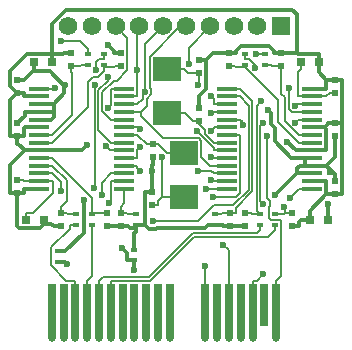
<source format=gtl>
G04 #@! TF.GenerationSoftware,KiCad,Pcbnew,(2017-06-19 revision 6733101c6)-makepkg*
G04 #@! TF.CreationDate,2017-10-16T02:16:10+10:30*
G04 #@! TF.ProjectId,din_meter_atm90e26,64696E5F6D657465725F61746D393065,rev?*
G04 #@! TF.SameCoordinates,Original
G04 #@! TF.FileFunction,Copper,L1,Top,Signal*
G04 #@! TF.FilePolarity,Positive*
%FSLAX46Y46*%
G04 Gerber Fmt 4.6, Leading zero omitted, Abs format (unit mm)*
G04 Created by KiCad (PCBNEW (2017-06-19 revision 6733101c6)-makepkg) date 10/16/17 02:16:10*
%MOMM*%
%LPD*%
G01*
G04 APERTURE LIST*
%ADD10C,0.100000*%
%ADD11R,0.600000X0.400000*%
%ADD12R,0.500000X0.600000*%
%ADD13R,2.400000X2.000000*%
%ADD14R,1.575000X1.575000*%
%ADD15C,1.575000*%
%ADD16R,0.800000X0.750000*%
%ADD17R,1.750000X0.450000*%
%ADD18C,0.650000*%
%ADD19R,0.650000X4.600000*%
%ADD20R,0.650000X3.600000*%
%ADD21C,0.600000*%
%ADD22C,0.150000*%
%ADD23C,0.300000*%
G04 APERTURE END LIST*
D10*
D11*
X136017000Y-80380000D03*
X136017000Y-81280000D03*
X142494000Y-80253000D03*
X142494000Y-81153000D03*
D12*
X154940000Y-64685000D03*
X154940000Y-63585000D03*
X150495000Y-63585000D03*
X150495000Y-64685000D03*
X141374000Y-63585000D03*
X141374000Y-64685000D03*
X137160000Y-64685000D03*
X137160000Y-63585000D03*
D11*
X153543000Y-64585000D03*
X153543000Y-63685000D03*
X138557000Y-63685000D03*
X138557000Y-64585000D03*
X151892000Y-64585000D03*
X151892000Y-63685000D03*
X139954000Y-63685000D03*
X139954000Y-64585000D03*
D13*
X145288000Y-64952000D03*
X145288000Y-68652000D03*
X146685000Y-72064000D03*
X146685000Y-75764000D03*
D12*
X155829000Y-78274000D03*
X155829000Y-77174000D03*
X151892000Y-77174000D03*
X151892000Y-78274000D03*
X140208000Y-78274000D03*
X140208000Y-77174000D03*
X136271000Y-77174000D03*
X136271000Y-78274000D03*
D11*
X154432000Y-78174000D03*
X154432000Y-77274000D03*
X153162000Y-78174000D03*
X153162000Y-77274000D03*
X138938000Y-77274000D03*
X138938000Y-78174000D03*
X137541000Y-78174000D03*
X137541000Y-77274000D03*
D12*
X150622000Y-78274000D03*
X150622000Y-77174000D03*
X141351000Y-77174000D03*
X141351000Y-78274000D03*
D11*
X149352000Y-77274000D03*
X149352000Y-78174000D03*
X142621000Y-78174000D03*
X142621000Y-77274000D03*
D14*
X154907000Y-61341000D03*
D15*
X152907000Y-61341000D03*
X150907000Y-61341000D03*
X148907000Y-61341000D03*
X146907000Y-61341000D03*
X144907000Y-61341000D03*
X142907000Y-61341000D03*
X140907000Y-61341000D03*
X138907000Y-61341000D03*
X136907000Y-61341000D03*
D12*
X159512000Y-74465000D03*
X159512000Y-75565000D03*
X159512000Y-70654000D03*
X159512000Y-69554000D03*
X159512000Y-65871000D03*
X159512000Y-66971000D03*
X144018000Y-75396000D03*
X144018000Y-76496000D03*
X144060000Y-71332000D03*
X144060000Y-72432000D03*
D16*
X158865000Y-77724000D03*
X157365000Y-77724000D03*
X156603000Y-64389000D03*
X158103000Y-64389000D03*
D17*
X150324000Y-75091000D03*
X150324000Y-74441000D03*
X150324000Y-73791000D03*
X150324000Y-73141000D03*
X150324000Y-72491000D03*
X150324000Y-71841000D03*
X150324000Y-71191000D03*
X150324000Y-70541000D03*
X150324000Y-69891000D03*
X150324000Y-69241000D03*
X150324000Y-68591000D03*
X150324000Y-67941000D03*
X150324000Y-67291000D03*
X150324000Y-66641000D03*
X157524000Y-66641000D03*
X157524000Y-67291000D03*
X157524000Y-67941000D03*
X157524000Y-68591000D03*
X157524000Y-69241000D03*
X157524000Y-69891000D03*
X157524000Y-70541000D03*
X157524000Y-71191000D03*
X157524000Y-71841000D03*
X157524000Y-72491000D03*
X157524000Y-73141000D03*
X157524000Y-73791000D03*
X157524000Y-74441000D03*
X157524000Y-75091000D03*
D12*
X147955000Y-68284000D03*
X147955000Y-69384000D03*
X147955000Y-65320000D03*
X147955000Y-64220000D03*
X132588000Y-75438000D03*
X132588000Y-74338000D03*
X132588000Y-69554000D03*
X132588000Y-70654000D03*
X132588000Y-65871000D03*
X132588000Y-66971000D03*
D16*
X134862000Y-77724000D03*
X133362000Y-77724000D03*
X133997000Y-64389000D03*
X135497000Y-64389000D03*
D18*
X136508000Y-87723000D03*
X152508000Y-87723000D03*
X151508000Y-87723000D03*
X150508000Y-87723000D03*
X149508000Y-87723000D03*
X148508000Y-87723000D03*
X135508000Y-87723000D03*
X145508000Y-87723000D03*
X144508000Y-87723000D03*
X143508000Y-87723000D03*
X142508000Y-87723000D03*
X141508000Y-87723000D03*
X140508000Y-87723000D03*
X139508000Y-87723000D03*
X138508000Y-87723000D03*
X137508000Y-87723000D03*
D19*
X149508000Y-85423000D03*
X148508000Y-85423000D03*
X154508000Y-85423000D03*
D20*
X153508000Y-84923000D03*
D19*
X152508000Y-85423000D03*
X151508000Y-85423000D03*
X150508000Y-85423000D03*
X145508000Y-85423000D03*
X144508000Y-85423000D03*
X143508000Y-85423000D03*
X142508000Y-85423000D03*
X141508000Y-85423000D03*
X140508000Y-85423000D03*
X139508000Y-85423000D03*
X138508000Y-85423000D03*
X137508000Y-85423000D03*
X136508000Y-85423000D03*
X135508000Y-85423000D03*
D18*
X154508000Y-87723000D03*
D17*
X141649000Y-66641000D03*
X141649000Y-67291000D03*
X141649000Y-67941000D03*
X141649000Y-68591000D03*
X141649000Y-69241000D03*
X141649000Y-69891000D03*
X141649000Y-70541000D03*
X141649000Y-71191000D03*
X141649000Y-71841000D03*
X141649000Y-72491000D03*
X141649000Y-73141000D03*
X141649000Y-73791000D03*
X141649000Y-74441000D03*
X141649000Y-75091000D03*
X134449000Y-75091000D03*
X134449000Y-74441000D03*
X134449000Y-73791000D03*
X134449000Y-73141000D03*
X134449000Y-72491000D03*
X134449000Y-71841000D03*
X134449000Y-71191000D03*
X134449000Y-70541000D03*
X134449000Y-69891000D03*
X134449000Y-69241000D03*
X134449000Y-68591000D03*
X134449000Y-67941000D03*
X134449000Y-67291000D03*
X134449000Y-66641000D03*
D21*
X140308000Y-68290500D03*
X142749300Y-65038400D03*
X148993000Y-74321900D03*
X147896600Y-73598600D03*
X143367300Y-66900100D03*
X136255000Y-75286100D03*
X138461900Y-71409800D03*
X140307200Y-62968400D03*
X144023100Y-73607700D03*
X155459600Y-71124900D03*
X135813700Y-66559900D03*
X136657800Y-66303400D03*
X153797400Y-68406700D03*
X154420900Y-75668800D03*
X159040700Y-73674900D03*
X158865000Y-76369100D03*
X138217600Y-76035500D03*
X148534400Y-75090900D03*
X156129500Y-68064500D03*
X155660600Y-75855600D03*
X148995900Y-72373200D03*
X147096500Y-64576900D03*
X147837300Y-70249800D03*
X147903300Y-66360000D03*
X149165200Y-75814100D03*
X148996300Y-70217500D03*
X151661200Y-69699800D03*
X148985400Y-68701000D03*
X148992400Y-67288600D03*
X144049600Y-77868100D03*
X156132000Y-69498400D03*
X155146500Y-76646300D03*
X142984600Y-70026100D03*
X144835900Y-72388000D03*
X140260700Y-65610900D03*
X140128900Y-71518200D03*
X142978500Y-71531800D03*
X142985200Y-73596300D03*
X139726600Y-75626900D03*
X140388400Y-76282700D03*
X136817900Y-81477900D03*
X155586900Y-66567700D03*
X153225800Y-67691200D03*
X153746200Y-70615000D03*
X139261800Y-65043700D03*
X148508000Y-81617200D03*
X153399300Y-76377600D03*
X153423200Y-69531700D03*
X152717500Y-64876400D03*
X153435300Y-82358200D03*
X136250900Y-62596800D03*
X150014400Y-79834300D03*
X139111300Y-75063400D03*
X139159700Y-66307900D03*
X152785700Y-63657600D03*
X142494000Y-82022000D03*
X141472300Y-80153900D03*
D22*
X141649000Y-66641000D02*
X140548700Y-66641000D01*
X140548700Y-68049800D02*
X140308000Y-68290500D01*
X140548700Y-66641000D02*
X140548700Y-68049800D01*
X141649000Y-67291000D02*
X142749300Y-67291000D01*
X150324000Y-74441000D02*
X149223700Y-74441000D01*
X142749300Y-61498700D02*
X142749300Y-65038400D01*
X142907000Y-61341000D02*
X142749300Y-61498700D01*
X142749300Y-67291000D02*
X142749300Y-65038400D01*
X149104600Y-74321900D02*
X148993000Y-74321900D01*
X149223700Y-74441000D02*
X149104600Y-74321900D01*
X141649000Y-67941000D02*
X142749300Y-67941000D01*
X143201400Y-67488900D02*
X142749300Y-67941000D01*
X143201400Y-67066000D02*
X143201400Y-67488900D01*
X143367300Y-66900100D02*
X143201400Y-67066000D01*
X143367300Y-62880700D02*
X144907000Y-61341000D01*
X143367300Y-66900100D02*
X143367300Y-62880700D01*
X150324000Y-73791000D02*
X149223700Y-73791000D01*
X149031300Y-73598600D02*
X147896600Y-73598600D01*
X149223700Y-73791000D02*
X149031300Y-73598600D01*
X141649000Y-68591000D02*
X142749300Y-68591000D01*
X150324000Y-73141000D02*
X149223700Y-73141000D01*
X148945400Y-73141000D02*
X149223700Y-73141000D01*
X148183600Y-72379200D02*
X148945400Y-73141000D01*
X148183600Y-71029500D02*
X148183600Y-72379200D01*
X147951000Y-70796900D02*
X148183600Y-71029500D01*
X144899600Y-70796900D02*
X147951000Y-70796900D01*
X143047100Y-68944400D02*
X144899600Y-70796900D01*
X143047100Y-68591000D02*
X143047100Y-68944400D01*
X142749300Y-68591000D02*
X143047100Y-68591000D01*
X146379700Y-61341000D02*
X146907000Y-61341000D01*
X143805200Y-63915500D02*
X146379700Y-61341000D01*
X143805200Y-66595100D02*
X143805200Y-63915500D01*
X143892600Y-66682500D02*
X143805200Y-66595100D01*
X143892600Y-67117800D02*
X143892600Y-66682500D01*
X143543100Y-67467300D02*
X143892600Y-67117800D01*
X143543100Y-68095000D02*
X143543100Y-67467300D01*
X143047100Y-68591000D02*
X143543100Y-68095000D01*
X132588000Y-74338000D02*
X133063300Y-74338000D01*
X134449000Y-74441000D02*
X133348700Y-74441000D01*
X133166300Y-74441000D02*
X133063300Y-74338000D01*
X133348700Y-74441000D02*
X133166300Y-74441000D01*
X135599400Y-74491100D02*
X135549300Y-74441000D01*
X135599400Y-75486600D02*
X135599400Y-74491100D01*
X133962300Y-77123700D02*
X135599400Y-75486600D01*
X133362000Y-77123700D02*
X133962300Y-77123700D01*
X133362000Y-77724000D02*
X133362000Y-77123700D01*
X134449000Y-74441000D02*
X135549300Y-74441000D01*
X134449000Y-73791000D02*
X135549300Y-73791000D01*
X136255000Y-74496700D02*
X136255000Y-75286100D01*
X135549300Y-73791000D02*
X136255000Y-74496700D01*
D23*
X157524000Y-74441000D02*
X158749300Y-74441000D01*
X159512000Y-69554000D02*
X158911700Y-69554000D01*
X157524000Y-66641000D02*
X158749300Y-66641000D01*
X158749300Y-65871000D02*
X158911700Y-65871000D01*
X158749300Y-66641000D02*
X158749300Y-65871000D01*
X156429300Y-77909400D02*
X156429300Y-78274000D01*
X156614700Y-77724000D02*
X156429300Y-77909400D01*
X150002300Y-78254600D02*
X150021700Y-78274000D01*
X150002300Y-78174000D02*
X150002300Y-78254600D01*
X149352000Y-78174000D02*
X150002300Y-78174000D01*
X150321900Y-78274000D02*
X150021700Y-78274000D01*
X150321900Y-78274000D02*
X150622000Y-78274000D01*
X157365000Y-77724000D02*
X156614700Y-77724000D01*
X142621000Y-78174000D02*
X143271300Y-78174000D01*
X144018000Y-75396000D02*
X143417700Y-75396000D01*
X159337000Y-65871000D02*
X158911700Y-65871000D01*
X159337000Y-65871000D02*
X159512000Y-65871000D01*
X159512000Y-65871000D02*
X160112300Y-65871000D01*
X159512000Y-69554000D02*
X160112300Y-69554000D01*
X159438600Y-75565000D02*
X159512000Y-75565000D01*
X159512000Y-75565000D02*
X160112300Y-75565000D01*
X149352000Y-78174000D02*
X148701700Y-78174000D01*
X159438600Y-75565000D02*
X159175200Y-75565000D01*
X157365000Y-77724000D02*
X157365000Y-76998700D01*
X155829000Y-78274000D02*
X156429300Y-78274000D01*
X150622000Y-78274000D02*
X151892000Y-78274000D01*
X158074100Y-69891000D02*
X157524000Y-69891000D01*
X158749300Y-74441000D02*
X158749300Y-75565000D01*
X159175200Y-75565000D02*
X158749300Y-75565000D01*
X144018000Y-75396000D02*
X144018000Y-74745700D01*
X142494000Y-80253000D02*
X142494000Y-79702700D01*
X142494000Y-78851300D02*
X142494000Y-79702700D01*
X142621000Y-78724300D02*
X142494000Y-78851300D01*
X157365000Y-76949300D02*
X157365000Y-76998700D01*
X158749300Y-75565000D02*
X157365000Y-76949300D01*
X160112300Y-75565000D02*
X160112300Y-69554000D01*
X154940000Y-63585000D02*
X154339700Y-63585000D01*
X160112300Y-69554000D02*
X160112300Y-65871000D01*
X158103000Y-65224700D02*
X158749300Y-65871000D01*
X158103000Y-65114300D02*
X158103000Y-65224700D01*
X133188300Y-67255600D02*
X133223700Y-67291000D01*
X133188300Y-66971000D02*
X133188300Y-67255600D01*
X132588000Y-66971000D02*
X133188300Y-66971000D01*
X134449000Y-67291000D02*
X133223700Y-67291000D01*
X133188300Y-69926400D02*
X133223700Y-69891000D01*
X133188300Y-70654000D02*
X133188300Y-69926400D01*
X132588000Y-70654000D02*
X133188300Y-70654000D01*
X134449000Y-69891000D02*
X133223700Y-69891000D01*
X132588000Y-70654000D02*
X132588000Y-71304300D01*
X134862000Y-77724000D02*
X134862000Y-78086600D01*
X136271000Y-78274000D02*
X135670700Y-78274000D01*
X158074100Y-69891000D02*
X158561700Y-69891000D01*
X132588000Y-75438000D02*
X131987700Y-75438000D01*
X132588000Y-70654000D02*
X131987700Y-70654000D01*
X138030700Y-71841000D02*
X138461900Y-71409800D01*
X134449000Y-71841000D02*
X138030700Y-71841000D01*
X141374000Y-63585000D02*
X140773700Y-63585000D01*
X144060000Y-72432000D02*
X144060000Y-73082300D01*
X135483300Y-78086600D02*
X135670700Y-78274000D01*
X134862000Y-78086600D02*
X135483300Y-78086600D01*
X131987700Y-73077000D02*
X133223700Y-71841000D01*
X131987700Y-75438000D02*
X131987700Y-73077000D01*
X134449000Y-71841000D02*
X133223700Y-71841000D01*
X132687000Y-71304300D02*
X132588000Y-71304300D01*
X133223700Y-71841000D02*
X132687000Y-71304300D01*
X144018000Y-73612800D02*
X144023100Y-73607700D01*
X144018000Y-74745700D02*
X144018000Y-73612800D01*
X144023100Y-73119200D02*
X144060000Y-73082300D01*
X144023100Y-73607700D02*
X144023100Y-73119200D01*
X141351000Y-78274000D02*
X140208000Y-78274000D01*
X142621000Y-78174000D02*
X142621000Y-78449100D01*
X142621000Y-78449100D02*
X142621000Y-78724300D01*
X142126400Y-78449100D02*
X141951300Y-78274000D01*
X142621000Y-78449100D02*
X142126400Y-78449100D01*
X141351000Y-78274000D02*
X141951300Y-78274000D01*
X135497000Y-64389000D02*
X135497000Y-63663700D01*
X132588000Y-66971000D02*
X132575300Y-66971000D01*
X131987700Y-67558600D02*
X131987700Y-70654000D01*
X132575300Y-66971000D02*
X131987700Y-67558600D01*
X158103000Y-64751600D02*
X158103000Y-65114300D01*
X158103000Y-64751600D02*
X158103000Y-64389000D01*
X158103000Y-64389000D02*
X158103000Y-63663700D01*
X154940000Y-63585000D02*
X155540300Y-63585000D01*
X136481000Y-63663700D02*
X136559700Y-63585000D01*
X135497000Y-63663700D02*
X136481000Y-63663700D01*
X137160000Y-63585000D02*
X136559700Y-63585000D01*
X156246100Y-63585000D02*
X155540300Y-63585000D01*
X156324800Y-63663700D02*
X156246100Y-63585000D01*
X158103000Y-63663700D02*
X156324800Y-63663700D01*
X134449000Y-75091000D02*
X133223700Y-75091000D01*
X132588000Y-78275800D02*
X132588000Y-75438000D01*
X132761600Y-78449400D02*
X132588000Y-78275800D01*
X134499200Y-78449400D02*
X132761600Y-78449400D01*
X134862000Y-78086600D02*
X134499200Y-78449400D01*
X133188300Y-75126400D02*
X133223700Y-75091000D01*
X133188300Y-75438000D02*
X133188300Y-75126400D01*
X132588000Y-75438000D02*
X133188300Y-75438000D01*
X133451000Y-63663700D02*
X135497000Y-63663700D01*
X131987600Y-65127100D02*
X133451000Y-63663700D01*
X131987600Y-66383300D02*
X131987600Y-65127100D01*
X132575300Y-66971000D02*
X131987600Y-66383300D01*
X150795200Y-63585000D02*
X151095300Y-63585000D01*
X140773700Y-63434900D02*
X140307200Y-62968400D01*
X140773700Y-63585000D02*
X140773700Y-63434900D01*
X150795200Y-63585000D02*
X150495000Y-63585000D01*
X149190300Y-63585000D02*
X148555300Y-64220000D01*
X150495000Y-63585000D02*
X149190300Y-63585000D01*
X147955000Y-64220000D02*
X148555300Y-64220000D01*
X148555300Y-66689500D02*
X148555300Y-64220000D01*
X147955000Y-67289800D02*
X148555300Y-66689500D01*
X147955000Y-68284000D02*
X147955000Y-67289800D01*
X135497000Y-61137400D02*
X135497000Y-63663700D01*
X136676800Y-59957600D02*
X135497000Y-61137400D01*
X155881300Y-59957600D02*
X136676800Y-59957600D01*
X156246100Y-60322400D02*
X155881300Y-59957600D01*
X156246100Y-63585000D02*
X156246100Y-60322400D01*
X151095300Y-63468900D02*
X151095300Y-63585000D01*
X151556900Y-63007300D02*
X151095300Y-63468900D01*
X153879100Y-63007300D02*
X151556900Y-63007300D01*
X154339700Y-63467900D02*
X153879100Y-63007300D01*
X154339700Y-63585000D02*
X154339700Y-63467900D01*
X156175700Y-71841000D02*
X155459600Y-71124900D01*
X157524000Y-71841000D02*
X156175700Y-71841000D01*
X158561700Y-69891000D02*
X158624200Y-69891000D01*
X158911700Y-69603500D02*
X158911700Y-69554000D01*
X158624200Y-69891000D02*
X158911700Y-69603500D01*
X158749300Y-70016100D02*
X158749300Y-71841000D01*
X158624200Y-69891000D02*
X158749300Y-70016100D01*
X157524000Y-71841000D02*
X158749300Y-71841000D01*
X143399300Y-75414400D02*
X143399300Y-78174000D01*
X143417700Y-75396000D02*
X143399300Y-75414400D01*
X143743700Y-78518400D02*
X143399300Y-78174000D01*
X144319000Y-78518400D02*
X143743700Y-78518400D01*
X144407200Y-78430200D02*
X144319000Y-78518400D01*
X148445500Y-78430200D02*
X144407200Y-78430200D01*
X148701700Y-78174000D02*
X148445500Y-78430200D01*
X143399300Y-78174000D02*
X143271300Y-78174000D01*
D22*
X134449000Y-66641000D02*
X135549300Y-66641000D01*
X135732600Y-66641000D02*
X135813700Y-66559900D01*
X135549300Y-66641000D02*
X135732600Y-66641000D01*
D23*
X157524000Y-73141000D02*
X158749300Y-73141000D01*
X133223700Y-68918300D02*
X132588000Y-69554000D01*
X133223700Y-68591000D02*
X133223700Y-68918300D01*
X134449000Y-68591000D02*
X133223700Y-68591000D01*
X159512000Y-72378300D02*
X159512000Y-71304300D01*
X158749300Y-73141000D02*
X159512000Y-72378300D01*
X159512000Y-70654000D02*
X159512000Y-71304300D01*
X134449000Y-69241000D02*
X135061700Y-69241000D01*
X134449000Y-68591000D02*
X135674300Y-68591000D01*
X135674300Y-69022500D02*
X135674300Y-68591000D01*
X135455800Y-69241000D02*
X135674300Y-69022500D01*
X135061700Y-69241000D02*
X135455800Y-69241000D01*
X134449000Y-67941000D02*
X135549200Y-67941000D01*
X159512000Y-74465000D02*
X159512000Y-73814700D01*
X135674300Y-67941000D02*
X135674300Y-68591000D01*
X135549200Y-67941000D02*
X135674300Y-67941000D01*
X156911400Y-73141000D02*
X156911400Y-72491000D01*
X157524000Y-73141000D02*
X156911400Y-73141000D01*
X157524000Y-72491000D02*
X156911400Y-72491000D01*
X156911400Y-72491000D02*
X156298700Y-72491000D01*
X157524000Y-73791000D02*
X156298700Y-73791000D01*
X156542400Y-73141000D02*
X156911400Y-73141000D01*
X156298700Y-73384700D02*
X156542400Y-73141000D01*
X156298700Y-73791000D02*
X156298700Y-73384700D01*
X154420900Y-75668800D02*
X156298700Y-73791000D01*
X158865000Y-77724000D02*
X158865000Y-76369100D01*
X158749300Y-73141000D02*
X159162000Y-73553600D01*
X159423000Y-73814700D02*
X159512000Y-73814700D01*
X159162000Y-73553600D02*
X159423000Y-73814700D01*
X159040700Y-73674900D02*
X159162000Y-73553600D01*
X133997000Y-64389000D02*
X133997000Y-65114300D01*
X136580900Y-67034400D02*
X136580900Y-66377400D01*
X135674300Y-67941000D02*
X136580900Y-67034400D01*
X136583800Y-66377400D02*
X136580900Y-66377400D01*
X136657800Y-66303400D02*
X136583800Y-66377400D01*
X135317800Y-65114300D02*
X133997000Y-65114300D01*
X136580900Y-66377400D02*
X135317800Y-65114300D01*
X133945000Y-65114300D02*
X133188300Y-65871000D01*
X133997000Y-65114300D02*
X133945000Y-65114300D01*
X132588000Y-65871000D02*
X133188300Y-65871000D01*
X136017000Y-80380000D02*
X136667300Y-80380000D01*
X154097500Y-68706800D02*
X153797400Y-68406700D01*
X154097500Y-69617300D02*
X154097500Y-68706800D01*
X154407100Y-69926900D02*
X154097500Y-69617300D01*
X154407100Y-71095800D02*
X154407100Y-69926900D01*
X155802300Y-72491000D02*
X154407100Y-71095800D01*
X156298700Y-72491000D02*
X155802300Y-72491000D01*
X138217600Y-78829700D02*
X138217600Y-76035500D01*
X136667300Y-80380000D02*
X138217600Y-78829700D01*
D22*
X148534400Y-75091000D02*
X148534400Y-75090900D01*
X150324000Y-75091000D02*
X148534400Y-75091000D01*
X159512000Y-66971000D02*
X159036700Y-66971000D01*
X156603000Y-64389000D02*
X156603000Y-64989300D01*
X157524000Y-67291000D02*
X156423700Y-67291000D01*
X157524000Y-67291000D02*
X158624300Y-67291000D01*
X158716700Y-67291000D02*
X158624300Y-67291000D01*
X159036700Y-66971000D02*
X158716700Y-67291000D01*
X156373600Y-65218700D02*
X156603000Y-64989300D01*
X156373600Y-67240900D02*
X156373600Y-65218700D01*
X156423700Y-67291000D02*
X156373600Y-67240900D01*
X156253000Y-67941000D02*
X156129500Y-68064500D01*
X157524000Y-67941000D02*
X156253000Y-67941000D01*
X157524000Y-75091000D02*
X156423700Y-75091000D01*
X156423700Y-75092500D02*
X155660600Y-75855600D01*
X156423700Y-75091000D02*
X156423700Y-75092500D01*
X147096500Y-63151500D02*
X147096500Y-64576900D01*
X148907000Y-61341000D02*
X147096500Y-63151500D01*
X149113700Y-72491000D02*
X148995900Y-72373200D01*
X150324000Y-72491000D02*
X149113700Y-72491000D01*
X147813900Y-65320000D02*
X147529800Y-65320000D01*
X147813900Y-65320000D02*
X147823100Y-65320000D01*
X147955000Y-65320000D02*
X147823100Y-65320000D01*
X145288000Y-64952000D02*
X146713300Y-64952000D01*
X147081300Y-65320000D02*
X147529800Y-65320000D01*
X146713300Y-64952000D02*
X147081300Y-65320000D01*
X150324000Y-71841000D02*
X149223700Y-71841000D01*
X149223700Y-71636200D02*
X147837300Y-70249800D01*
X149223700Y-71841000D02*
X149223700Y-71636200D01*
X147955000Y-66308300D02*
X147903300Y-66360000D01*
X147955000Y-65320000D02*
X147955000Y-66308300D01*
X145288000Y-68652000D02*
X146713300Y-68652000D01*
X146747700Y-68652000D02*
X146713300Y-68652000D01*
X147479700Y-69384000D02*
X146747700Y-68652000D01*
X147955000Y-69384000D02*
X147717400Y-69384000D01*
X147717400Y-69384000D02*
X147479700Y-69384000D01*
X150324000Y-71191000D02*
X149223700Y-71191000D01*
X148471000Y-70137600D02*
X147717400Y-69384000D01*
X148471000Y-70438300D02*
X148471000Y-70137600D01*
X149223700Y-71191000D02*
X148471000Y-70438300D01*
X151075900Y-75814100D02*
X149165200Y-75814100D01*
X151424300Y-75465700D02*
X151075900Y-75814100D01*
X151424300Y-70541000D02*
X151424300Y-75465700D01*
X150324000Y-70541000D02*
X151424300Y-70541000D01*
X150324000Y-69891000D02*
X149223700Y-69891000D01*
X149223700Y-69990100D02*
X148996300Y-70217500D01*
X149223700Y-69891000D02*
X149223700Y-69990100D01*
X150324000Y-69241000D02*
X151424300Y-69241000D01*
X151661200Y-69477900D02*
X151661200Y-69699800D01*
X151424300Y-69241000D02*
X151661200Y-69477900D01*
X149113700Y-68701000D02*
X148985400Y-68701000D01*
X149223700Y-68591000D02*
X149113700Y-68701000D01*
X150324000Y-68591000D02*
X149223700Y-68591000D01*
X150324000Y-67941000D02*
X149223700Y-67941000D01*
X149223700Y-67519900D02*
X148992400Y-67288600D01*
X149223700Y-67941000D02*
X149223700Y-67519900D01*
X152197200Y-68063900D02*
X151424300Y-67291000D01*
X152197200Y-75173900D02*
X152197200Y-68063900D01*
X150883300Y-76487800D02*
X152197200Y-75173900D01*
X149234600Y-76487800D02*
X150883300Y-76487800D01*
X147854300Y-77868100D02*
X149234600Y-76487800D01*
X144049600Y-77868100D02*
X147854300Y-77868100D01*
X150324000Y-67291000D02*
X151424300Y-67291000D01*
X149352000Y-77274000D02*
X149877300Y-77274000D01*
X149977300Y-77174000D02*
X150622000Y-77174000D01*
X149877300Y-77274000D02*
X149977300Y-77174000D01*
X151097300Y-76698700D02*
X151097300Y-77174000D01*
X152497600Y-75298400D02*
X151097300Y-76698700D01*
X152497600Y-67714300D02*
X152497600Y-75298400D01*
X151424300Y-66641000D02*
X152497600Y-67714300D01*
X150324000Y-66641000D02*
X151424300Y-66641000D01*
X150622000Y-77174000D02*
X151097300Y-77174000D01*
X134449000Y-73141000D02*
X135549300Y-73141000D01*
X136846300Y-77274000D02*
X136746300Y-77174000D01*
X137541000Y-77274000D02*
X136846300Y-77274000D01*
X136271000Y-77174000D02*
X136746300Y-77174000D01*
X136271000Y-77174000D02*
X136271000Y-76648700D01*
X136797600Y-74389300D02*
X135549300Y-73141000D01*
X136797600Y-76122100D02*
X136797600Y-74389300D01*
X136271000Y-76648700D02*
X136797600Y-76122100D01*
X155829000Y-77174000D02*
X155353700Y-77174000D01*
X155280700Y-77174000D02*
X155353700Y-77174000D01*
X155180700Y-77274000D02*
X154432000Y-77274000D01*
X155280700Y-77174000D02*
X155180700Y-77274000D01*
X156389400Y-69241000D02*
X156132000Y-69498400D01*
X157524000Y-69241000D02*
X156389400Y-69241000D01*
X155280700Y-76780500D02*
X155146500Y-76646300D01*
X155280700Y-77174000D02*
X155280700Y-76780500D01*
X154940000Y-64685000D02*
X154464700Y-64685000D01*
X154168300Y-64685000D02*
X154464700Y-64685000D01*
X154068300Y-64585000D02*
X154168300Y-64685000D01*
X153543000Y-64585000D02*
X154068300Y-64585000D01*
X157524000Y-70541000D02*
X156423700Y-70541000D01*
X154940000Y-64685000D02*
X154940000Y-65210300D01*
X154940000Y-67041500D02*
X154940000Y-65210300D01*
X155240300Y-67341800D02*
X154940000Y-67041500D01*
X155240300Y-69357600D02*
X155240300Y-67341800D01*
X156423700Y-70541000D02*
X155240300Y-69357600D01*
X151892000Y-64585000D02*
X151892000Y-64797600D01*
X151082900Y-64797600D02*
X150970300Y-64685000D01*
X151892000Y-64797600D02*
X151082900Y-64797600D01*
X150495000Y-64685000D02*
X150970300Y-64685000D01*
X154653000Y-67558600D02*
X151892000Y-64797600D01*
X154653000Y-69420300D02*
X154653000Y-67558600D01*
X156423700Y-71191000D02*
X154653000Y-69420300D01*
X157524000Y-71191000D02*
X156423700Y-71191000D01*
X141899400Y-62333400D02*
X140907000Y-61341000D01*
X141899400Y-65062600D02*
X141899400Y-62333400D01*
X140993500Y-65968500D02*
X141899400Y-65062600D01*
X140752400Y-65968500D02*
X140993500Y-65968500D01*
X139774700Y-66946200D02*
X140752400Y-65968500D01*
X139774700Y-68523200D02*
X139774700Y-66946200D01*
X140492500Y-69241000D02*
X139774700Y-68523200D01*
X141649000Y-69241000D02*
X140492500Y-69241000D01*
X144018000Y-76496000D02*
X144493300Y-76496000D01*
X146685000Y-75764000D02*
X145259700Y-75764000D01*
X142849500Y-69891000D02*
X142984600Y-70026100D01*
X141649000Y-69891000D02*
X142849500Y-69891000D01*
X144835900Y-75764000D02*
X144835900Y-72388000D01*
X145259700Y-75764000D02*
X144835900Y-75764000D01*
X144493300Y-76106600D02*
X144493300Y-76496000D01*
X144835900Y-75764000D02*
X144493300Y-76106600D01*
X141649000Y-70541000D02*
X142749300Y-70541000D01*
X143540300Y-71332000D02*
X142749300Y-70541000D01*
X143584700Y-71332000D02*
X143540300Y-71332000D01*
X143910100Y-71332000D02*
X143584700Y-71332000D01*
X143910100Y-71332000D02*
X144060000Y-71332000D01*
X144535300Y-71339600D02*
X145259700Y-72064000D01*
X144535300Y-71332000D02*
X144535300Y-71339600D01*
X146685000Y-72064000D02*
X145259700Y-72064000D01*
X144060000Y-71332000D02*
X144535300Y-71332000D01*
X141649000Y-71191000D02*
X140548700Y-71191000D01*
X140260700Y-65949900D02*
X140260700Y-65610900D01*
X139460100Y-66750500D02*
X140260700Y-65949900D01*
X139460100Y-70102400D02*
X139460100Y-66750500D01*
X140548700Y-71191000D02*
X139460100Y-70102400D01*
X140451700Y-71841000D02*
X140128900Y-71518200D01*
X141649000Y-71841000D02*
X140451700Y-71841000D01*
X142749300Y-71761000D02*
X142978500Y-71531800D01*
X142749300Y-72491000D02*
X142749300Y-71761000D01*
X141649000Y-72491000D02*
X142749300Y-72491000D01*
X142749300Y-73360400D02*
X142985200Y-73596300D01*
X142749300Y-73141000D02*
X142749300Y-73360400D01*
X141649000Y-73141000D02*
X142749300Y-73141000D01*
X139726600Y-74613100D02*
X139726600Y-75626900D01*
X140548700Y-73791000D02*
X139726600Y-74613100D01*
X141649000Y-73791000D02*
X140548700Y-73791000D01*
X141649000Y-74441000D02*
X140548700Y-74441000D01*
X140548700Y-76122400D02*
X140388400Y-76282700D01*
X140548700Y-74441000D02*
X140548700Y-76122400D01*
X141926300Y-77274000D02*
X141826300Y-77174000D01*
X142621000Y-77274000D02*
X141926300Y-77274000D01*
X141351000Y-77174000D02*
X141826300Y-77174000D01*
X141649000Y-76350700D02*
X141351000Y-76648700D01*
X141649000Y-75091000D02*
X141649000Y-76350700D01*
X141351000Y-77174000D02*
X141351000Y-76648700D01*
D23*
X136017000Y-81280000D02*
X136667300Y-81280000D01*
X136667300Y-81327300D02*
X136667300Y-81280000D01*
X136817900Y-81477900D02*
X136667300Y-81327300D01*
D22*
X137015700Y-78488100D02*
X137015700Y-78174000D01*
X135441200Y-80062600D02*
X137015700Y-78488100D01*
X135441200Y-81595400D02*
X135441200Y-80062600D01*
X136743500Y-82897700D02*
X135441200Y-81595400D01*
X137508000Y-82897700D02*
X136743500Y-82897700D01*
X137508000Y-85423000D02*
X137508000Y-82897700D01*
X137541000Y-78174000D02*
X137015700Y-78174000D01*
X134449000Y-72491000D02*
X135549300Y-72491000D01*
X140208000Y-77174000D02*
X139732700Y-77174000D01*
X138938000Y-77174000D02*
X139732700Y-77174000D01*
X138938000Y-75879700D02*
X138938000Y-77174000D01*
X135549300Y-72491000D02*
X138938000Y-75879700D01*
X138938000Y-77174000D02*
X138938000Y-77274000D01*
X138508000Y-85423000D02*
X138508000Y-82897700D01*
X138938000Y-78174000D02*
X138938000Y-78599300D01*
X138938000Y-82467700D02*
X138508000Y-82897700D01*
X138938000Y-78599300D02*
X138938000Y-82467700D01*
X139508000Y-85423000D02*
X139508000Y-82897700D01*
X153162000Y-78174000D02*
X153162000Y-78599300D01*
X139808300Y-82597400D02*
X139508000Y-82897700D01*
X143705200Y-82597400D02*
X139808300Y-82597400D01*
X147425500Y-78877100D02*
X143705200Y-82597400D01*
X152884200Y-78877100D02*
X147425500Y-78877100D01*
X153162000Y-78599300D02*
X152884200Y-78877100D01*
X153853800Y-79177500D02*
X154432000Y-78599300D01*
X147549900Y-79177500D02*
X153853800Y-79177500D01*
X143829700Y-82897700D02*
X147549900Y-79177500D01*
X140508000Y-82897700D02*
X143829700Y-82897700D01*
X140508000Y-85423000D02*
X140508000Y-82897700D01*
X154432000Y-78174000D02*
X154432000Y-78599300D01*
X134449000Y-71191000D02*
X135549300Y-71191000D01*
X139954000Y-64585000D02*
X139954000Y-64797600D01*
X139954000Y-64797600D02*
X139954000Y-65010300D01*
X140786100Y-64797600D02*
X140898700Y-64685000D01*
X139954000Y-64797600D02*
X140786100Y-64797600D01*
X141374000Y-64685000D02*
X140898700Y-64685000D01*
X138577900Y-68162400D02*
X135549300Y-71191000D01*
X138577900Y-66088200D02*
X138577900Y-68162400D01*
X138991200Y-65674900D02*
X138577900Y-66088200D01*
X139416300Y-65674900D02*
X138991200Y-65674900D01*
X139954000Y-65137200D02*
X139416300Y-65674900D01*
X139954000Y-65010300D02*
X139954000Y-65137200D01*
X134449000Y-70541000D02*
X135549300Y-70541000D01*
X138557000Y-64585000D02*
X138031700Y-64585000D01*
X137931700Y-64685000D02*
X138031700Y-64585000D01*
X137160000Y-64685000D02*
X137931700Y-64685000D01*
X137160000Y-64685000D02*
X137160000Y-65210300D01*
X137233600Y-65283900D02*
X137160000Y-65210300D01*
X137233600Y-68856700D02*
X137233600Y-65283900D01*
X135549300Y-70541000D02*
X137233600Y-68856700D01*
X153162000Y-77274000D02*
X153162000Y-77257100D01*
X152450400Y-77257100D02*
X152367300Y-77174000D01*
X153162000Y-77257100D02*
X152450400Y-77257100D01*
X151892000Y-77174000D02*
X152367300Y-77174000D01*
X155586900Y-68311200D02*
X155586900Y-66567700D01*
X155866700Y-68591000D02*
X155586900Y-68311200D01*
X157524000Y-68591000D02*
X155866700Y-68591000D01*
X152861700Y-76956800D02*
X153162000Y-77257100D01*
X152861700Y-68055300D02*
X152861700Y-76956800D01*
X153225800Y-67691200D02*
X152861700Y-68055300D01*
X139954000Y-63685000D02*
X139954000Y-64110300D01*
X154508000Y-85423000D02*
X154508000Y-82897700D01*
X139261800Y-64377200D02*
X139261800Y-65043700D01*
X139528700Y-64110300D02*
X139261800Y-64377200D01*
X139954000Y-64110300D02*
X139528700Y-64110300D01*
X153746200Y-75872800D02*
X153746200Y-70615000D01*
X153979400Y-76106000D02*
X153746200Y-75872800D01*
X153979400Y-76541400D02*
X153979400Y-76106000D01*
X153862800Y-76658000D02*
X153979400Y-76541400D01*
X153862800Y-77556600D02*
X153862800Y-76658000D01*
X154054800Y-77748600D02*
X153862800Y-77556600D01*
X154844900Y-77748600D02*
X154054800Y-77748600D01*
X154957400Y-77861100D02*
X154844900Y-77748600D01*
X154957400Y-82448300D02*
X154957400Y-77861100D01*
X154508000Y-82897700D02*
X154957400Y-82448300D01*
X151892000Y-63685000D02*
X151892000Y-64110300D01*
X152717500Y-64584900D02*
X152717500Y-64876400D01*
X152242900Y-64110300D02*
X152717500Y-64584900D01*
X151892000Y-64110300D02*
X152242900Y-64110300D01*
X153162000Y-76140300D02*
X153399300Y-76377600D01*
X153162000Y-69792900D02*
X153162000Y-76140300D01*
X153423200Y-69531700D02*
X153162000Y-69792900D01*
X148508000Y-85423000D02*
X148508000Y-81617200D01*
X138557000Y-63685000D02*
X138557000Y-63259700D01*
X137894100Y-62596800D02*
X138557000Y-63259700D01*
X136250900Y-62596800D02*
X137894100Y-62596800D01*
X152508000Y-85423000D02*
X152508000Y-82897700D01*
X152895800Y-82897700D02*
X153435300Y-82358200D01*
X152508000Y-82897700D02*
X152895800Y-82897700D01*
X153543000Y-63685000D02*
X153017700Y-63685000D01*
X152990300Y-63657600D02*
X153017700Y-63685000D01*
X152785700Y-63657600D02*
X152990300Y-63657600D01*
X150508000Y-80327900D02*
X150014400Y-79834300D01*
X150508000Y-82897700D02*
X150508000Y-80327900D01*
X150508000Y-85423000D02*
X150508000Y-82897700D01*
X139159700Y-75015000D02*
X139111300Y-75063400D01*
X139159700Y-66307900D02*
X139159700Y-75015000D01*
D23*
X142494000Y-81703300D02*
X142494000Y-82022000D01*
X142494000Y-81428100D02*
X142494000Y-81703300D01*
X142494000Y-81153000D02*
X142494000Y-81428100D01*
X142494000Y-81153000D02*
X141843700Y-81153000D01*
X141843700Y-80525300D02*
X141472300Y-80153900D01*
X141843700Y-81153000D02*
X141843700Y-80525300D01*
M02*

</source>
